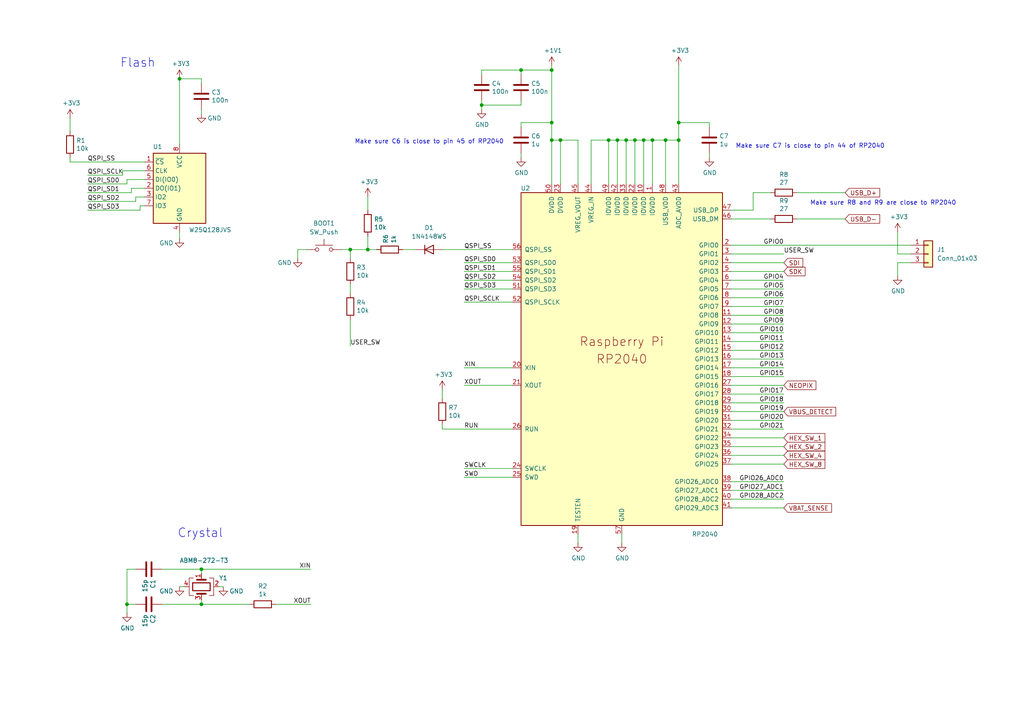
<source format=kicad_sch>
(kicad_sch (version 20231120) (generator "eeschema") (generator_version "8.0")
  (paper "A4")
  (lib_symbols
    (symbol "Connector_Generic:Conn_01x03" (pin_names (offset 1.016) hide)
      (property "Reference" "J" (at 0 5.08 0))
      (property "Value" "Conn_01x03" (at 0 -5.08 0))
      (symbol "Conn_01x03_1_1"
        (rectangle (start -1.27 -2.413) (end 0 -2.667) (stroke (width 0.1524)))
        (rectangle (start -1.27 0.127) (end 0 -0.127) (stroke (width 0.1524)))
        (rectangle (start -1.27 2.667) (end 0 2.413) (stroke (width 0.1524)))
        (rectangle (start -1.27 3.81) (end 1.27 -3.81) (stroke (width 0.254)) (fill (type background)))
        (pin passive line (at -5.08 2.54 0) (length 3.81) (name "Pin_1") (number "1"))
        (pin passive line (at -5.08 0 0) (length 3.81) (name "Pin_2") (number "2"))
        (pin passive line (at -5.08 -2.54 0) (length 3.81) (name "Pin_3") (number "3"))
      )
    )
    (symbol "Device:C" (pin_numbers hide) (pin_names (offset 0.254))
      (property "Reference" "C" (at 0.635 2.54 0))
      (property "Value" "C" (at 0.635 -2.54 0))
      (symbol "C_0_1"
        (polyline (pts (xy -2.032 -0.762) (xy 2.032 -0.762)) (stroke (width 0.508)))
        (polyline (pts (xy -2.032 0.762) (xy 2.032 0.762)) (stroke (width 0.508)))
      )
      (symbol "C_1_1"
        (pin passive line (at 0 3.81 270) (length 2.794) (name "~") (number "1"))
        (pin passive line (at 0 -3.81 90) (length 2.794) (name "~") (number "2"))
      )
    )
    (symbol "Device:Crystal_GND24" (pin_names (offset 1.016) hide)
      (property "Reference" "Y" (at 3.175 5.08 0))
      (property "Value" "Crystal_GND24" (at 3.175 3.175 0))
      (symbol "Crystal_GND24_0_1"
        (rectangle (start -1.143 2.54) (end 1.143 -2.54) (stroke (width 0.3048)))
        (polyline (pts (xy -2.54 0) (xy -2.032 0)))
        (polyline (pts (xy -2.032 -1.27) (xy -2.032 1.27)) (stroke (width 0.508)))
        (polyline (pts (xy 0 -3.81) (xy 0 -3.556)))
        (polyline (pts (xy 0 3.556) (xy 0 3.81)))
        (polyline (pts (xy 2.032 -1.27) (xy 2.032 1.27)) (stroke (width 0.508)))
        (polyline (pts (xy 2.032 0) (xy 2.54 0)))
        (polyline (pts (xy -2.54 -2.286) (xy -2.54 -3.556) (xy 2.54 -3.556) (xy 2.54 -2.286)))
        (polyline (pts (xy -2.54 2.286) (xy -2.54 3.556) (xy 2.54 3.556) (xy 2.54 2.286)))
      )
      (symbol "Crystal_GND24_1_1"
        (pin passive line (at -3.81 0 0) (length 1.27) (name "1") (number "1"))
        (pin passive line (at 0 5.08 270) (length 1.27) (name "2") (number "2"))
        (pin passive line (at 3.81 0 180) (length 1.27) (name "3") (number "3"))
        (pin passive line (at 0 -5.08 90) (length 1.27) (name "4") (number "4"))
      )
    )
    (symbol "Device:R" (pin_numbers hide) (pin_names (offset 0))
      (property "Reference" "R" (at 2.032 0 90))
      (property "Value" "R" (at 0 0 90))
      (symbol "R_0_1"
        (rectangle (start -1.016 -2.54) (end 1.016 2.54) (stroke (width 0.254)))
      )
      (symbol "R_1_1"
        (pin passive line (at 0 3.81 270) (length 1.27) (name "~") (number "1"))
        (pin passive line (at 0 -3.81 90) (length 1.27) (name "~") (number "2"))
      )
    )
    (symbol "Diode:1N4148WS" (pin_numbers hide) (pin_names hide)
      (property "Reference" "D" (at 0 2.54 0))
      (property "Value" "1N4148WS" (at 0 -2.54 0))
      (symbol "1N4148WS_0_1"
        (polyline (pts (xy -1.27 1.27) (xy -1.27 -1.27)) (stroke (width 0.254)))
        (polyline (pts (xy 1.27 0) (xy -1.27 0)))
        (polyline (pts (xy 1.27 1.27) (xy 1.27 -1.27) (xy -1.27 0) (xy 1.27 1.27)) (stroke (width 0.254)))
      )
      (symbol "1N4148WS_1_1"
        (pin passive line (at -3.81 0 0) (length 2.54) (name "K") (number "1"))
        (pin passive line (at 3.81 0 180) (length 2.54) (name "A") (number "2"))
      )
    )
    (symbol "MCU_RaspberryPi_RP2040:RP2040" (pin_names (offset 1.016))
      (property "Reference" "U" (at -29.21 49.53 0))
      (property "Value" "RP2040" (at 24.13 -49.53 0))
      (symbol "RP2040_0_0"
        (text "Raspberry Pi" (at 0 5.08 0) (effects (font (size 2.54 2.54))))
        (text "RP2040" (at 0 0 0) (effects (font (size 2.54 2.54))))
      )
      (symbol "RP2040_0_1"
        (rectangle (start 29.21 48.26) (end -29.21 -48.26) (stroke (width 0.254)) (fill (type background)))
      )
      (symbol "RP2040_1_1"
        (pin power_in line (at 8.89 50.8 270) (length 2.54) (name "IOVDD") (number "1"))
        (pin power_in line (at 6.35 50.8 270) (length 2.54) (name "IOVDD") (number "10"))
        (pin bidirectional line (at 31.75 12.7 180) (length 2.54) (name "GPIO8") (number "11"))
        (pin bidirectional line (at 31.75 10.16 180) (length 2.54) (name "GPIO9") (number "12"))
        (pin bidirectional line (at 31.75 7.62 180) (length 2.54) (name "GPIO10") (number "13"))
        (pin bidirectional line (at 31.75 5.08 180) (length 2.54) (name "GPIO11") (number "14"))
        (pin bidirectional line (at 31.75 2.54 180) (length 2.54) (name "GPIO12") (number "15"))
        (pin bidirectional line (at 31.75 0 180) (length 2.54) (name "GPIO13") (number "16"))
        (pin bidirectional line (at 31.75 -2.54 180) (length 2.54) (name "GPIO14") (number "17"))
        (pin bidirectional line (at 31.75 -5.08 180) (length 2.54) (name "GPIO15") (number "18"))
        (pin passive line (at -12.7 -50.8 90) (length 2.54) (name "TESTEN") (number "19"))
        (pin bidirectional line (at 31.75 33.02 180) (length 2.54) (name "GPIO0") (number "2"))
        (pin input line (at -31.75 -2.54 0) (length 2.54) (name "XIN") (number "20"))
        (pin passive line (at -31.75 -7.62 0) (length 2.54) (name "XOUT") (number "21"))
        (pin power_in line (at 3.81 50.8 270) (length 2.54) (name "IOVDD") (number "22"))
        (pin power_in line (at -17.78 50.8 270) (length 2.54) (name "DVDD") (number "23"))
        (pin output line (at -31.75 -31.75 0) (length 2.54) (name "SWCLK") (number "24"))
        (pin bidirectional line (at -31.75 -34.29 0) (length 2.54) (name "SWD") (number "25"))
        (pin input line (at -31.75 -20.32 0) (length 2.54) (name "RUN") (number "26"))
        (pin bidirectional line (at 31.75 -7.62 180) (length 2.54) (name "GPIO16") (number "27"))
        (pin bidirectional line (at 31.75 -10.16 180) (length 2.54) (name "GPIO17") (number "28"))
        (pin bidirectional line (at 31.75 -12.7 180) (length 2.54) (name "GPIO18") (number "29"))
        (pin bidirectional line (at 31.75 30.48 180) (length 2.54) (name "GPIO1") (number "3"))
        (pin bidirectional line (at 31.75 -15.24 180) (length 2.54) (name "GPIO19") (number "30"))
        (pin bidirectional line (at 31.75 -17.78 180) (length 2.54) (name "GPIO20") (number "31"))
        (pin bidirectional line (at 31.75 -20.32 180) (length 2.54) (name "GPIO21") (number "32"))
        (pin power_in line (at 1.27 50.8 270) (length 2.54) (name "IOVDD") (number "33"))
        (pin bidirectional line (at 31.75 -22.86 180) (length 2.54) (name "GPIO22") (number "34"))
        (pin bidirectional line (at 31.75 -25.4 180) (length 2.54) (name "GPIO23") (number "35"))
        (pin bidirectional line (at 31.75 -27.94 180) (length 2.54) (name "GPIO24") (number "36"))
        (pin bidirectional line (at 31.75 -30.48 180) (length 2.54) (name "GPIO25") (number "37"))
        (pin bidirectional line (at 31.75 -35.56 180) (length 2.54) (name "GPIO26_ADC0") (number "38"))
        (pin bidirectional line (at 31.75 -38.1 180) (length 2.54) (name "GPIO27_ADC1") (number "39"))
        (pin bidirectional line (at 31.75 27.94 180) (length 2.54) (name "GPIO2") (number "4"))
        (pin bidirectional line (at 31.75 -40.64 180) (length 2.54) (name "GPIO28_ADC2") (number "40"))
        (pin bidirectional line (at 31.75 -43.18 180) (length 2.54) (name "GPIO29_ADC3") (number "41"))
        (pin power_in line (at -1.27 50.8 270) (length 2.54) (name "IOVDD") (number "42"))
        (pin power_in line (at 16.51 50.8 270) (length 2.54) (name "ADC_AVDD") (number "43"))
        (pin power_in line (at -8.89 50.8 270) (length 2.54) (name "VREG_IN") (number "44"))
        (pin power_out line (at -12.7 50.8 270) (length 2.54) (name "VREG_VOUT") (number "45"))
        (pin bidirectional line (at 31.75 40.64 180) (length 2.54) (name "USB_DM") (number "46"))
        (pin bidirectional line (at 31.75 43.18 180) (length 2.54) (name "USB_DP") (number "47"))
        (pin power_in line (at 12.7 50.8 270) (length 2.54) (name "USB_VDD") (number "48"))
        (pin power_in line (at -3.81 50.8 270) (length 2.54) (name "IOVDD") (number "49"))
        (pin bidirectional line (at 31.75 25.4 180) (length 2.54) (name "GPIO3") (number "5"))
        (pin power_in line (at -20.32 50.8 270) (length 2.54) (name "DVDD") (number "50"))
        (pin bidirectional line (at -31.75 20.32 0) (length 2.54) (name "QSPI_SD3") (number "51"))
        (pin output line (at -31.75 16.51 0) (length 2.54) (name "QSPI_SCLK") (number "52"))
        (pin bidirectional line (at -31.75 27.94 0) (length 2.54) (name "QSPI_SD0") (number "53"))
        (pin bidirectional line (at -31.75 22.86 0) (length 2.54) (name "QSPI_SD2") (number "54"))
        (pin bidirectional line (at -31.75 25.4 0) (length 2.54) (name "QSPI_SD1") (number "55"))
        (pin bidirectional line (at -31.75 31.75 0) (length 2.54) (name "QSPI_SS") (number "56"))
        (pin power_in line (at 0 -50.8 90) (length 2.54) (name "GND") (number "57"))
        (pin bidirectional line (at 31.75 22.86 180) (length 2.54) (name "GPIO4") (number "6"))
        (pin bidirectional line (at 31.75 20.32 180) (length 2.54) (name "GPIO5") (number "7"))
        (pin bidirectional line (at 31.75 17.78 180) (length 2.54) (name "GPIO6") (number "8"))
        (pin bidirectional line (at 31.75 15.24 180) (length 2.54) (name "GPIO7") (number "9"))
      )
    )
    (symbol "Memory_Flash:W25Q128JVS"
      (property "Reference" "U" (at -8.89 8.89 0))
      (property "Value" "W25Q128JVS" (at 7.62 8.89 0))
      (symbol "W25Q128JVS_0_1"
        (rectangle (start -7.62 10.16) (end 7.62 -10.16) (stroke (width 0.254)) (fill (type background)))
      )
      (symbol "W25Q128JVS_1_1"
        (pin input line (at -10.16 7.62 0) (length 2.54) (name "~{CS}") (number "1"))
        (pin bidirectional line (at -10.16 0 0) (length 2.54) (name "DO(IO1)") (number "2"))
        (pin bidirectional line (at -10.16 -2.54 0) (length 2.54) (name "IO2") (number "3"))
        (pin power_in line (at 0 -12.7 90) (length 2.54) (name "GND") (number "4"))
        (pin bidirectional line (at -10.16 2.54 0) (length 2.54) (name "DI(IO0)") (number "5"))
        (pin input line (at -10.16 5.08 0) (length 2.54) (name "CLK") (number "6"))
        (pin bidirectional line (at -10.16 -5.08 0) (length 2.54) (name "IO3") (number "7"))
        (pin power_in line (at 0 12.7 270) (length 2.54) (name "VCC") (number "8"))
      )
    )
    (symbol "Switch:SW_Push" (pin_numbers hide) (pin_names (offset 1.016) hide)
      (property "Reference" "SW" (at 1.27 2.54 0))
      (property "Value" "SW_Push" (at 0 -1.524 0))
      (symbol "SW_Push_0_1"
        (circle (center -2.032 0) (radius 0.508))
        (polyline (pts (xy 0 1.27) (xy 0 3.048)))
        (polyline (pts (xy 2.54 1.27) (xy -2.54 1.27)))
        (circle (center 2.032 0) (radius 0.508))
        (pin passive line (at -5.08 0 0) (length 2.54) (name "1") (number "1"))
        (pin passive line (at 5.08 0 180) (length 2.54) (name "2") (number "2"))
      )
    )
    (symbol "power:+1V1" (power) (pin_names (offset 0))
      (property "Value" "+1V1" (at 0 3.556 0))
      (symbol "+1V1_0_1"
        (polyline (pts (xy -0.762 1.27) (xy 0 2.54)))
        (polyline (pts (xy 0 0) (xy 0 2.54)))
        (polyline (pts (xy 0 2.54) (xy 0.762 1.27)))
      )
      (symbol "+1V1_1_1"
        (pin power_in line (at 0 0 90) (length 0) hide (name "+1V1") (number "1"))
      )
    )
    (symbol "power:+3V3" (power) (pin_names (offset 0))
      (property "Value" "+3V3" (at 0 3.556 0))
      (symbol "+3V3_0_1"
        (polyline (pts (xy -0.762 1.27) (xy 0 2.54)))
        (polyline (pts (xy 0 0) (xy 0 2.54)))
        (polyline (pts (xy 0 2.54) (xy 0.762 1.27)))
      )
      (symbol "+3V3_1_1"
        (pin power_in line (at 0 0 90) (length 0) hide (name "+3V3") (number "1"))
      )
    )
    (symbol "power:GND" (power) (pin_names (offset 0))
      (property "Value" "GND" (at 0 -3.81 0))
      (symbol "GND_0_1"
        (polyline (pts (xy 0 0) (xy 0 -1.27) (xy 1.27 -1.27) (xy 0 -2.54) (xy -1.27 -1.27) (xy 0 -1.27)))
      )
      (symbol "GND_1_1"
        (pin power_in line (at 0 0 270) (length 0) hide (name "GND") (number "1"))
      )
    )
  )
  (junction (at 176.53 40.64))
  (junction (at 58.42 175.26))
  (junction (at 196.85 35.56))
  (junction (at 189.23 40.64))
  (junction (at 139.7 30.48))
  (junction (at 58.42 165.1))
  (junction (at 160.02 40.64))
  (junction (at 196.85 40.64))
  (junction (at 184.15 40.64))
  (junction (at 101.6 72.39))
  (junction (at 160.02 35.56))
  (junction (at 106.68 72.39))
  (junction (at 186.69 40.64))
  (junction (at 52.07 22.86))
  (junction (at 162.56 40.64))
  (junction (at 179.07 40.64))
  (junction (at 193.04 40.64))
  (junction (at 36.83 175.26))
  (junction (at 160.02 20.32))
  (junction (at 181.61 40.64))
  (junction (at 151.13 20.32))
  (wire (pts (xy 58.42 24.13) (xy 58.42 22.86)))
  (wire (pts (xy 46.99 175.26) (xy 58.42 175.26)))
  (wire (pts (xy 196.85 35.56) (xy 196.85 40.64)))
  (wire (pts (xy 196.85 19.05) (xy 196.85 35.56)))
  (wire (pts (xy 128.27 113.03) (xy 128.27 115.57)))
  (wire (pts (xy 35.56 49.53) (xy 35.56 50.8)))
  (wire (pts (xy 167.64 40.64) (xy 162.56 40.64)))
  (wire (pts (xy 212.09 86.36) (xy 227.33 86.36)))
  (wire (pts (xy 167.64 53.34) (xy 167.64 40.64)))
  (wire (pts (xy 162.56 53.34) (xy 162.56 40.64)))
  (wire (pts (xy 58.42 165.1) (xy 90.17 165.1)))
  (wire (pts (xy 36.83 52.07) (xy 36.83 53.34)))
  (wire (pts (xy 134.62 83.82) (xy 148.59 83.82)))
  (wire (pts (xy 151.13 20.32) (xy 160.02 20.32)))
  (wire (pts (xy 196.85 35.56) (xy 205.74 35.56)))
  (wire (pts (xy 39.37 175.26) (xy 36.83 175.26)))
  (wire (pts (xy 212.09 124.46) (xy 227.33 124.46)))
  (wire (pts (xy 160.02 35.56) (xy 160.02 40.64)))
  (wire (pts (xy 63.5 170.18) (xy 64.77 170.18)))
  (wire (pts (xy 260.35 76.2) (xy 260.35 80.01)))
  (wire (pts (xy 231.14 63.5) (xy 245.11 63.5)))
  (wire (pts (xy 167.64 154.94) (xy 167.64 157.48)))
  (wire (pts (xy 212.09 116.84) (xy 227.33 116.84)))
  (wire (pts (xy 176.53 53.34) (xy 176.53 40.64)))
  (wire (pts (xy 196.85 40.64) (xy 196.85 53.34)))
  (wire (pts (xy 39.37 57.15) (xy 39.37 58.42)))
  (wire (pts (xy 212.09 106.68) (xy 227.33 106.68)))
  (wire (pts (xy 101.6 92.71) (xy 101.6 100.33)))
  (wire (pts (xy 86.36 72.39) (xy 86.36 74.93)))
  (wire (pts (xy 128.27 124.46) (xy 148.59 124.46)))
  (wire (pts (xy 139.7 30.48) (xy 139.7 31.75)))
  (wire (pts (xy 116.84 72.39) (xy 120.65 72.39)))
  (wire (pts (xy 212.09 139.7) (xy 227.33 139.7)))
  (wire (pts (xy 212.09 129.54) (xy 227.33 129.54)))
  (wire (pts (xy 212.09 134.62) (xy 227.33 134.62)))
  (wire (pts (xy 139.7 29.21) (xy 139.7 30.48)))
  (wire (pts (xy 20.32 34.29) (xy 20.32 38.1)))
  (wire (pts (xy 40.64 60.96) (xy 25.4 60.96)))
  (wire (pts (xy 176.53 40.64) (xy 179.07 40.64)))
  (wire (pts (xy 148.59 87.63) (xy 134.62 87.63)))
  (wire (pts (xy 218.44 55.88) (xy 218.44 60.96)))
  (wire (pts (xy 184.15 53.34) (xy 184.15 40.64)))
  (wire (pts (xy 171.45 53.34) (xy 171.45 40.64)))
  (wire (pts (xy 39.37 165.1) (xy 36.83 165.1)))
  (wire (pts (xy 151.13 36.83) (xy 151.13 35.56)))
  (wire (pts (xy 212.09 91.44) (xy 227.33 91.44)))
  (wire (pts (xy 205.74 44.45) (xy 205.74 45.72)))
  (wire (pts (xy 58.42 175.26) (xy 72.39 175.26)))
  (wire (pts (xy 212.09 114.3) (xy 227.33 114.3)))
  (wire (pts (xy 58.42 31.75) (xy 58.42 33.02)))
  (wire (pts (xy 212.09 83.82) (xy 227.33 83.82)))
  (wire (pts (xy 99.06 72.39) (xy 101.6 72.39)))
  (wire (pts (xy 160.02 19.05) (xy 160.02 20.32)))
  (wire (pts (xy 106.68 57.15) (xy 106.68 60.96)))
  (wire (pts (xy 212.09 71.12) (xy 264.16 71.12)))
  (wire (pts (xy 128.27 123.19) (xy 128.27 124.46)))
  (wire (pts (xy 181.61 53.34) (xy 181.61 40.64)))
  (wire (pts (xy 160.02 20.32) (xy 160.02 35.56)))
  (wire (pts (xy 139.7 30.48) (xy 151.13 30.48)))
  (wire (pts (xy 179.07 40.64) (xy 181.61 40.64)))
  (wire (pts (xy 148.59 135.89) (xy 134.62 135.89)))
  (wire (pts (xy 212.09 73.66) (xy 227.33 73.66)))
  (wire (pts (xy 231.14 55.88) (xy 245.11 55.88)))
  (wire (pts (xy 181.61 40.64) (xy 184.15 40.64)))
  (wire (pts (xy 162.56 40.64) (xy 160.02 40.64)))
  (wire (pts (xy 212.09 63.5) (xy 223.52 63.5)))
  (wire (pts (xy 39.37 58.42) (xy 25.4 58.42)))
  (wire (pts (xy 88.9 72.39) (xy 86.36 72.39)))
  (wire (pts (xy 58.42 22.86) (xy 52.07 22.86)))
  (wire (pts (xy 20.32 46.99) (xy 41.91 46.99)))
  (wire (pts (xy 151.13 21.59) (xy 151.13 20.32)))
  (wire (pts (xy 260.35 67.31) (xy 260.35 73.66)))
  (wire (pts (xy 52.07 69.215) (xy 52.07 67.31)))
  (wire (pts (xy 101.6 72.39) (xy 106.68 72.39)))
  (wire (pts (xy 35.56 50.8) (xy 25.4 50.8)))
  (wire (pts (xy 139.7 21.59) (xy 139.7 20.32)))
  (wire (pts (xy 41.91 54.61) (xy 38.1 54.61)))
  (wire (pts (xy 40.64 59.69) (xy 40.64 60.96)))
  (wire (pts (xy 139.7 20.32) (xy 151.13 20.32)))
  (wire (pts (xy 193.04 40.64) (xy 196.85 40.64)))
  (wire (pts (xy 193.04 53.34) (xy 193.04 40.64)))
  (wire (pts (xy 186.69 53.34) (xy 186.69 40.64)))
  (wire (pts (xy 212.09 88.9) (xy 227.33 88.9)))
  (wire (pts (xy 212.09 81.28) (xy 227.33 81.28)))
  (wire (pts (xy 148.59 111.76) (xy 134.62 111.76)))
  (wire (pts (xy 212.09 132.08) (xy 227.33 132.08)))
  (wire (pts (xy 58.42 166.37) (xy 58.42 165.1)))
  (wire (pts (xy 36.83 53.34) (xy 25.4 53.34)))
  (wire (pts (xy 38.1 55.88) (xy 25.4 55.88)))
  (wire (pts (xy 58.42 173.99) (xy 58.42 175.26)))
  (wire (pts (xy 171.45 40.64) (xy 176.53 40.64)))
  (wire (pts (xy 20.32 45.72) (xy 20.32 46.99)))
  (wire (pts (xy 179.07 53.34) (xy 179.07 40.64)))
  (wire (pts (xy 264.16 73.66) (xy 260.35 73.66)))
  (wire (pts (xy 212.09 127) (xy 227.33 127)))
  (wire (pts (xy 101.6 72.39) (xy 101.6 74.93)))
  (wire (pts (xy 160.02 40.64) (xy 160.02 53.34)))
  (wire (pts (xy 148.59 138.43) (xy 134.62 138.43)))
  (wire (pts (xy 212.09 147.32) (xy 227.33 147.32)))
  (wire (pts (xy 106.68 72.39) (xy 109.22 72.39)))
  (wire (pts (xy 151.13 44.45) (xy 151.13 45.72)))
  (wire (pts (xy 186.69 40.64) (xy 189.23 40.64)))
  (wire (pts (xy 36.83 175.26) (xy 36.83 177.8)))
  (wire (pts (xy 212.09 99.06) (xy 227.33 99.06)))
  (wire (pts (xy 212.09 119.38) (xy 227.33 119.38)))
  (wire (pts (xy 212.09 60.96) (xy 218.44 60.96)))
  (wire (pts (xy 212.09 111.76) (xy 227.33 111.76)))
  (wire (pts (xy 212.09 96.52) (xy 227.33 96.52)))
  (wire (pts (xy 184.15 40.64) (xy 186.69 40.64)))
  (wire (pts (xy 189.23 40.64) (xy 193.04 40.64)))
  (wire (pts (xy 52.07 22.86) (xy 52.07 41.91)))
  (wire (pts (xy 205.74 36.83) (xy 205.74 35.56)))
  (wire (pts (xy 212.09 104.14) (xy 227.33 104.14)))
  (wire (pts (xy 41.91 52.07) (xy 36.83 52.07)))
  (wire (pts (xy 41.91 57.15) (xy 39.37 57.15)))
  (wire (pts (xy 41.91 59.69) (xy 40.64 59.69)))
  (wire (pts (xy 212.09 121.92) (xy 227.33 121.92)))
  (wire (pts (xy 212.09 76.2) (xy 227.33 76.2)))
  (wire (pts (xy 128.27 72.39) (xy 148.59 72.39)))
  (wire (pts (xy 101.6 82.55) (xy 101.6 85.09)))
  (wire (pts (xy 212.09 101.6) (xy 227.33 101.6)))
  (wire (pts (xy 36.83 165.1) (xy 36.83 175.26)))
  (wire (pts (xy 46.99 165.1) (xy 58.42 165.1)))
  (wire (pts (xy 189.23 40.64) (xy 189.23 53.34)))
  (wire (pts (xy 35.56 49.53) (xy 41.91 49.53)))
  (wire (pts (xy 218.44 55.88) (xy 223.52 55.88)))
  (wire (pts (xy 134.62 78.74) (xy 148.59 78.74)))
  (wire (pts (xy 212.09 142.24) (xy 227.33 142.24)))
  (wire (pts (xy 180.34 154.94) (xy 180.34 157.48)))
  (wire (pts (xy 212.09 93.98) (xy 227.33 93.98)))
  (wire (pts (xy 134.62 106.68) (xy 148.59 106.68)))
  (wire (pts (xy 52.07 170.18) (xy 53.34 170.18)))
  (wire (pts (xy 38.1 54.61) (xy 38.1 55.88)))
  (wire (pts (xy 134.62 81.28) (xy 148.59 81.28)))
  (wire (pts (xy 151.13 35.56) (xy 160.02 35.56)))
  (wire (pts (xy 212.09 109.22) (xy 227.33 109.22)))
  (wire (pts (xy 264.16 76.2) (xy 260.35 76.2)))
  (wire (pts (xy 212.09 78.74) (xy 227.33 78.74)))
  (wire (pts (xy 134.62 76.2) (xy 148.59 76.2)))
  (wire (pts (xy 106.68 68.58) (xy 106.68 72.39)))
  (wire (pts (xy 80.01 175.26) (xy 90.17 175.26)))
  (wire (pts (xy 212.09 144.78) (xy 227.33 144.78)))
  (wire (pts (xy 151.13 30.48) (xy 151.13 29.21)))
  (text "Crystal" (at 51.435 156.21 0) (effects (font (size 2.54 2.54)) (justify left bottom)))
  (text "Flash" (at 34.798 19.812 0) (effects (font (size 2.54 2.54)) (justify left bottom)))
  (text "Make sure R8 and R9 are close to RP2040" (at 234.95 59.69 0) (effects (font (size 1.27 1.27)) (justify left bottom)))
  (text "Make sure C7 is close to pin 44 of RP2040" (at 213.36 43.18 0) (effects (font (size 1.27 1.27)) (justify left bottom)))
  (text "Make sure C6 is close to pin 45 of RP2040" (at 102.87 41.91 0) (effects (font (size 1.27 1.27)) (justify left bottom)))
  (label "GPIO9" (at 227.33 93.98 180))
  (label "GPIO27_ADC1" (at 227.33 142.24 180))
  (label "GPIO18" (at 227.33 116.84 180))
  (label "XIN" (at 90.17 165.1 180))
  (label "QSPI_SD3" (at 25.4 60.96 0))
  (label "QSPI_SD2" (at 134.62 81.28 0))
  (label "QSPI_SCLK" (at 25.4 50.8 0))
  (label "GPIO6" (at 227.33 86.36 180))
  (label "GPIO12" (at 227.33 101.6 180))
  (label "QSPI_SD2" (at 25.4 58.42 0))
  (label "QSPI_SD0" (at 25.4 53.34 0))
  (label "GPIO0" (at 227.33 71.12 180))
  (label "GPIO5" (at 227.33 83.82 180))
  (label "GPIO4" (at 227.33 81.28 180))
  (label "XOUT" (at 90.17 175.26 180))
  (label "QSPI_SD3" (at 134.62 83.82 0))
  (label "GPIO17" (at 227.33 114.3 180))
  (label "USER_SW" (at 101.6 100.33 0))
  (label "USER_SW" (at 227.33 73.66 0))
  (label "GPIO7" (at 227.33 88.9 180))
  (label "SWD" (at 134.62 138.43 0))
  (label "GPIO15" (at 227.33 109.22 180))
  (label "GPIO14" (at 227.33 106.68 180))
  (label "QSPI_SS" (at 134.62 72.39 0))
  (label "GPIO26_ADC0" (at 227.33 139.7 180))
  (label "GPIO10" (at 227.33 96.52 180))
  (label "QSPI_SD1" (at 134.62 78.74 0))
  (label "XIN" (at 134.62 106.68 0))
  (label "QSPI_SD1" (at 25.4 55.88 0))
  (label "RUN" (at 134.62 124.46 0))
  (label "GPIO21" (at 227.33 124.46 180))
  (label "GPIO20" (at 227.33 121.92 180))
  (label "GPIO11" (at 227.33 99.06 180))
  (label "QSPI_SCLK" (at 134.62 87.63 0))
  (label "GPIO19" (at 227.33 119.38 180))
  (label "QSPI_SS" (at 25.4 46.99 0))
  (label "GPIO13" (at 227.33 104.14 180))
  (label "XOUT" (at 134.62 111.76 0))
  (label "GPIO8" (at 227.33 91.44 180))
  (label "SWCLK" (at 134.62 135.89 0))
  (label "QSPI_SD0" (at 134.62 76.2 0))
  (label "GPIO28_ADC2" (at 227.33 144.78 180))
  (global_label "NEOPIX" (shape input) (at 227.33 111.76 0) (property "Intersheetrefs" "${INTERSHEET_REFS}" (effects (hide yes))))
  (global_label "HEX_SW_8" (shape input) (at 227.33 134.62 0) (property "Intersheetrefs" "${INTERSHEET_REFS}" (effects (hide yes))))
  (global_label "HEX_SW_4" (shape input) (at 227.33 132.08 0) (property "Intersheetrefs" "${INTERSHEET_REFS}" (effects (hide yes))))
  (global_label "HEX_SW_2" (shape input) (at 227.33 129.54 0) (property "Intersheetrefs" "${INTERSHEET_REFS}" (effects (hide yes))))
  (global_label "VBAT_SENSE" (shape input) (at 227.33 147.32 0) (property "Intersheetrefs" "${INTERSHEET_REFS}" (effects (hide yes))))
  (global_label "SDK" (shape input) (at 227.33 78.74 0) (property "Intersheetrefs" "${INTERSHEET_REFS}" (effects (hide yes))))
  (global_label "USB_D+" (shape input) (at 245.11 55.88 0) (property "Intersheetrefs" "${INTERSHEET_REFS}" (effects (hide yes))))
  (global_label "USB_D-" (shape input) (at 245.11 63.5 0) (property "Intersheetrefs" "${INTERSHEET_REFS}" (effects (hide yes))))
  (global_label "SDI" (shape input) (at 227.33 76.2 0) (property "Intersheetrefs" "${INTERSHEET_REFS}" (effects (hide yes))))
  (global_label "VBUS_DETECT" (shape input) (at 227.33 119.38 0) (property "Intersheetrefs" "${INTERSHEET_REFS}" (effects (hide yes))))
  (global_label "HEX_SW_1" (shape input) (at 227.33 127 0) (property "Intersheetrefs" "${INTERSHEET_REFS}" (effects (hide yes))))
  (symbol (lib_id "power:GND") (at 64.77 170.18 0) (unit 1)
    (property "Reference" "#PWR07" (effects (hide yes)))
    (property "Value" "GND" (at 68.58 171.45 0))
  )
  (symbol (lib_id "power:GND") (at 180.34 157.48 0) (unit 1)
    (property "Reference" "#PWR015" (effects (hide yes)))
    (property "Value" "GND" (at 180.467 161.8742 0))
  )
  (symbol (lib_id "power:+3V3") (at 52.07 22.86 0) (unit 1)
    (property "Reference" "#PWR03" (effects (hide yes)))
    (property "Value" "+3V3" (at 52.451 18.4658 0))
  )
  (symbol (lib_id "power:GND") (at 52.07 170.18 0) (unit 1)
    (property "Reference" "#PWR05" (effects (hide yes)))
    (property "Value" "GND" (at 48.26 171.45 0))
  )
  (symbol (lib_id "Device:R") (at 101.6 88.9 0) (unit 1)
    (property "Reference" "R4" (at 103.378 87.7316 0) (effects (justify left)))
    (property "Value" "10k" (at 103.378 90.043 0) (effects (justify left)))
    (property "Footprint" "Resistor_SMD:R_0402_1005Metric" (effects (hide yes)))
  )
  (symbol (lib_id "power:GND") (at 151.13 45.72 0) (unit 1)
    (property "Reference" "#PWR012" (effects (hide yes)))
    (property "Value" "GND" (at 151.257 50.1142 0))
  )
  (symbol (lib_id "power:+3V3") (at 20.32 34.29 0) (unit 1)
    (property "Reference" "#PWR01" (effects (hide yes)))
    (property "Value" "+3V3" (at 20.701 29.8958 0))
  )
  (symbol (lib_id "Device:R") (at 101.6 78.74 0) (unit 1)
    (property "Reference" "R3" (at 103.378 77.5716 0) (effects (justify left)))
    (property "Value" "10k" (at 103.378 79.883 0) (effects (justify left)))
    (property "Footprint" "Resistor_SMD:R_0402_1005Metric" (effects (hide yes)))
  )
  (symbol (lib_id "Device:R") (at 227.33 55.88 270) (unit 1)
    (property "Reference" "R8" (at 227.33 50.6222 90))
    (property "Value" "27" (at 227.33 52.9336 90))
    (property "Footprint" "Resistor_SMD:R_0402_1005Metric" (effects (hide yes)))
  )
  (symbol (lib_id "Device:R") (at 128.27 119.38 0) (unit 1)
    (property "Reference" "R7" (at 130.048 118.2116 0) (effects (justify left)))
    (property "Value" "10k" (at 130.048 120.523 0) (effects (justify left)))
    (property "Footprint" "Resistor_SMD:R_0402_1005Metric" (effects (hide yes)))
  )
  (symbol (lib_id "Switch:SW_Push") (at 93.98 72.39 0) (unit 1)
    (property "Reference" "BOOT1" (at 93.98 64.77 0))
    (property "Value" "SW_Push" (at 93.98 67.31 0))
    (property "Footprint" "duso:NanoT-AS" (effects (hide yes)))
    (property "Description" "Push button switch, generic, two pins" (effects (hide yes)))
  )
  (symbol (lib_id "Device:Crystal_GND24") (at 58.42 170.18 270) (unit 1)
    (property "Reference" "Y1" (at 63.5 167.64 90) (effects (justify left)))
    (property "Value" "ABM8-272-T3" (at 52.07 162.56 90) (effects (justify left)))
    (property "Footprint" "Crystal:Crystal_SMD_3225-4Pin_3.2x2.5mm" (effects (hide yes)))
  )
  (symbol (lib_id "power:+3V3") (at 260.35 67.31 0) (unit 1)
    (property "Reference" "#PWR018" (effects (hide yes)))
    (property "Value" "+3V3" (at 260.731 62.9158 0))
  )
  (symbol (lib_id "power:+3V3") (at 196.85 19.05 0) (unit 1)
    (property "Reference" "#PWR016" (effects (hide yes)))
    (property "Value" "+3V3" (at 197.231 14.6558 0))
  )
  (symbol (lib_id "power:GND") (at 36.83 177.8 0) (unit 1)
    (property "Reference" "#PWR02" (effects (hide yes)))
    (property "Value" "GND" (at 36.957 182.1942 0))
  )
  (symbol (lib_id "power:GND") (at 58.42 33.02 0) (unit 1)
    (property "Reference" "#PWR06" (effects (hide yes)))
    (property "Value" "GND" (at 62.23 34.29 0))
  )
  (symbol (lib_id "Device:C") (at 205.74 40.64 0) (unit 1)
    (property "Reference" "C7" (at 208.661 39.4716 0) (effects (justify left)))
    (property "Value" "1u" (at 208.661 41.783 0) (effects (justify left)))
    (property "Footprint" "Capacitor_SMD:C_0402_1005Metric" (effects (hide yes)))
  )
  (symbol (lib_id "Device:C") (at 58.42 27.94 0) (unit 1)
    (property "Reference" "C3" (at 61.341 26.7716 0) (effects (justify left)))
    (property "Value" "100n" (at 61.341 29.083 0) (effects (justify left)))
    (property "Footprint" "Capacitor_SMD:C_0402_1005Metric" (effects (hide yes)))
  )
  (symbol (lib_id "power:GND") (at 139.7 31.75 0) (unit 1)
    (property "Reference" "#PWR011" (effects (hide yes)))
    (property "Value" "GND" (at 139.827 36.1442 0))
  )
  (symbol (lib_id "Diode:1N4148WS") (at 124.46 72.39 0) (unit 1)
    (property "Reference" "D1" (at 124.46 66.04 0))
    (property "Value" "1N4148WS" (at 124.46 68.58 0))
    (property "Footprint" "Diode_SMD:D_SOD-323" (effects (hide yes)))
    (property "Datasheet" "https://www.vishay.com/docs/85751/1n4148ws.pdf" (effects (hide yes)))
    (property "Description" "75V 0.15A Fast switching Diode, SOD-323" (effects (hide yes)))
    (property "Sim.Device" "D" (effects (hide yes)))
    (property "Sim.Pins" "1=K 2=A" (effects (hide yes)))
  )
  (symbol (lib_id "power:+3V3") (at 128.27 113.03 0) (unit 1)
    (property "Reference" "#PWR010" (effects (hide yes)))
    (property "Value" "+3V3" (at 128.651 108.6358 0))
  )
  (symbol (lib_id "power:GND") (at 52.07 69.215 0) (unit 1)
    (property "Reference" "#PWR04" (effects (hide yes)))
    (property "Value" "GND" (at 48.26 70.485 0))
  )
  (symbol (lib_id "MCU_RaspberryPi_RP2040:RP2040") (at 180.34 104.14 0) (unit 1)
    (property "Reference" "U2" (at 152.4 54.61 0))
    (property "Value" "RP2040" (at 204.47 154.94 0))
    (property "Footprint" "Package_DFN_QFN:QFN-56-1EP_7x7mm_P0.4mm_EP3.2x3.2mm" (effects (hide yes)))
  )
  (symbol (lib_id "Device:R") (at 76.2 175.26 270) (unit 1)
    (property "Reference" "R2" (at 76.2 170.0022 90))
    (property "Value" "1k" (at 76.2 172.3136 90))
    (property "Footprint" "Resistor_SMD:R_0402_1005Metric" (effects (hide yes)))
  )
  (symbol (lib_id "Device:C") (at 139.7 25.4 0) (unit 1)
    (property "Reference" "C4" (at 142.621 24.2316 0) (effects (justify left)))
    (property "Value" "100n" (at 142.621 26.543 0) (effects (justify left)))
    (property "Footprint" "Capacitor_SMD:C_0402_1005Metric" (effects (hide yes)))
  )
  (symbol (lib_id "Device:R") (at 113.03 72.39 90) (unit 1)
    (property "Reference" "R6" (at 111.8616 70.612 0) (effects (justify left)))
    (property "Value" "1k" (at 114.173 70.612 0) (effects (justify left)))
    (property "Footprint" "Resistor_SMD:R_0402_1005Metric" (effects (hide yes)))
  )
  (symbol (lib_id "Memory_Flash:W25Q128JVS") (at 52.07 54.61 0) (unit 1)
    (property "Reference" "U1" (at 45.72 42.545 0))
    (property "Value" "W25Q128JVS" (at 60.96 66.675 0))
    (property "Footprint" "Package_SO:SOIC-8_5.23x5.23mm_P1.27mm" (effects (hide yes)))
    (property "Datasheet" "http://www.winbond.com/resource-files/w25q128jv_dtr%20revc%2003272018%20plus.pdf" (effects (hide yes)))
  )
  (symbol (lib_id "Device:R") (at 20.32 41.91 0) (unit 1)
    (property "Reference" "R1" (at 22.098 40.7416 0) (effects (justify left)))
    (property "Value" "10k" (at 22.098 43.053 0) (effects (justify left)))
    (property "Footprint" "Resistor_SMD:R_0402_1005Metric" (effects (hide yes)))
  )
  (symbol (lib_id "Device:R") (at 227.33 63.5 270) (unit 1)
    (property "Reference" "R9" (at 227.33 58.2422 90))
    (property "Value" "27" (at 227.33 60.5536 90))
    (property "Footprint" "Resistor_SMD:R_0402_1005Metric" (effects (hide yes)))
  )
  (symbol (lib_id "power:+1V1") (at 160.02 19.05 0) (unit 1)
    (property "Reference" "#PWR013" (effects (hide yes)))
    (property "Value" "+1V1" (at 160.401 14.6558 0))
  )
  (symbol (lib_id "power:GND") (at 205.74 45.72 0) (unit 1)
    (property "Reference" "#PWR017" (effects (hide yes)))
    (property "Value" "GND" (at 205.867 50.1142 0))
  )
  (symbol (lib_id "power:GND") (at 167.64 157.48 0) (unit 1)
    (property "Reference" "#PWR014" (effects (hide yes)))
    (property "Value" "GND" (at 167.767 161.8742 0))
  )
  (symbol (lib_id "power:+3V3") (at 106.68 57.15 0) (unit 1)
    (property "Reference" "#PWR09" (effects (hide yes)))
    (property "Value" "+3V3" (at 107.061 52.7558 0))
  )
  (symbol (lib_id "Connector_Generic:Conn_01x03") (at 269.24 73.66 0) (unit 1)
    (property "Reference" "J1" (at 271.78 72.3899 0) (effects (justify left)))
    (property "Value" "Conn_01x03" (at 271.78 74.9299 0) (effects (justify left)))
    (property "Footprint" "Connector_PinHeader_2.54mm:PinHeader_1x03_P2.54mm_Vertical" (effects (hide yes)))
    (property "Description" "Generic connector, single row, 01x03, script generated (kicad-library-utils/schlib/autogen/connector/)" (effects (hide yes)))
  )
  (symbol (lib_id "power:GND") (at 86.36 74.93 0) (unit 1)
    (property "Reference" "#PWR08" (effects (hide yes)))
    (property "Value" "GND" (at 82.55 76.2 0))
  )
  (symbol (lib_id "Device:R") (at 106.68 64.77 0) (unit 1)
    (property "Reference" "R5" (at 108.458 63.6016 0) (effects (justify left)))
    (property "Value" "10k" (at 108.458 65.913 0) (effects (justify left)))
    (property "Footprint" "Resistor_SMD:R_0402_1005Metric" (effects (hide yes)))
  )
  (symbol (lib_id "Device:C") (at 151.13 25.4 0) (unit 1)
    (property "Reference" "C5" (at 154.051 24.2316 0) (effects (justify left)))
    (property "Value" "100n" (at 154.051 26.543 0) (effects (justify left)))
    (property "Footprint" "Capacitor_SMD:C_0402_1005Metric" (effects (hide yes)))
  )
  (symbol (lib_id "Device:C") (at 43.18 165.1 270) (unit 1)
    (property "Reference" "C1" (at 44.3484 168.021 0) (effects (justify left)))
    (property "Value" "15p" (at 42.037 168.021 0) (effects (justify left)))
    (property "Footprint" "Capacitor_SMD:C_0402_1005Metric" (effects (hide yes)))
  )
  (symbol (lib_id "power:GND") (at 260.35 80.01 0) (unit 1)
    (property "Reference" "#PWR019" (effects (hide yes)))
    (property "Value" "GND" (at 260.477 84.4042 0))
  )
  (symbol (lib_id "Device:C") (at 43.18 175.26 270) (unit 1)
    (property "Reference" "C2" (at 44.3484 178.181 0) (effects (justify left)))
    (property "Value" "15p" (at 42.037 178.181 0) (effects (justify left)))
    (property "Footprint" "Capacitor_SMD:C_0402_1005Metric" (effects (hide yes)))
  )
  (symbol (lib_id "Device:C") (at 151.13 40.64 0) (unit 1)
    (property "Reference" "C6" (at 154.051 39.4716 0) (effects (justify left)))
    (property "Value" "1u" (at 154.051 41.783 0) (effects (justify left)))
    (property "Footprint" "Capacitor_SMD:C_0402_1005Metric" (effects (hide yes)))
  )
)
</source>
